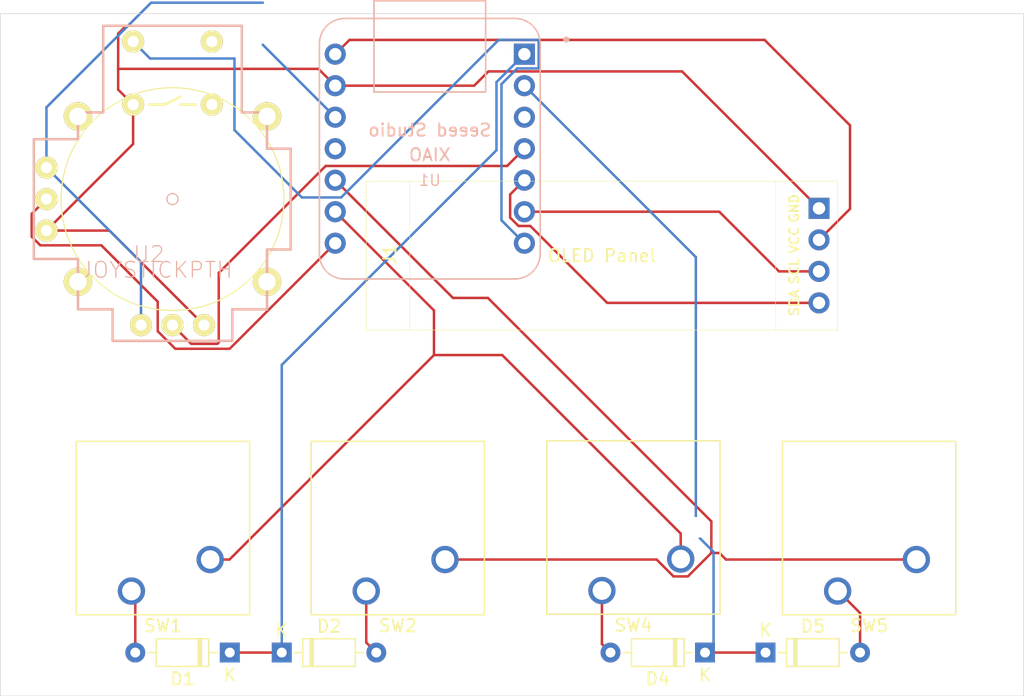
<source format=kicad_pcb>
(kicad_pcb (version 20240108) (generator "pcbnew") (generator_version "8.0")
  (layers (0 "F.Cu" signal) (31 "B.Cu" signal) (34 "B.Paste" user) (35 "F.Paste" user) (36 "B.SilkS" user "B.Silkscreen") (37 "F.SilkS" user "F.Silkscreen") (38 "B.Mask" user) (39 "F.Mask" user) (44 "Edge.Cuts" user))
  (net 0 "")
  (net 1 "Net-(D1-A)")
  (net 2 "/Row 1")
  (net 3 "Net-(D2-A)")
  (net 4 "/Row 2")
  (net 5 "Net-(D4-A)")
  (net 6 "Net-(D5-A)")
  (net 7 "/Horz")
  (net 8 "VCC")
  (net 9 "/Vert")
  (net 10 "/Sel")
  (net 11 "GND")
  (net 12 "/Column 1")
  (net 13 "/Column 2")
  (net 15 "/SCL")
  (net 16 "/SDA")
  (net 17 "+5V")
  (footprint "Button_Switch_Keyboard:SW_Cherry_MX_1.00u_PCB" (layer "F.Cu") (at 128.57 145.04 180)
    (property "Reference" "SW1" (at -2.54 -2.794 0) (layer "F.SilkS"))
    (property "Value" "SW_Push")
    (fp_line (start 4.445 12.065) (end -9.525 12.065) (stroke (width 0.12)) (layer "F.SilkS"))
    (fp_line (start 4.445 -1.905) (end 4.445 12.065) (stroke (width 0.12)) (layer "F.SilkS"))
    (fp_line (start -9.525 12.065) (end -9.525 -1.905) (stroke (width 0.12)) (layer "F.SilkS"))
    (fp_line (start -9.525 -1.905) (end 4.445 -1.905) (stroke (width 0.12)) (layer "F.SilkS"))
    (pad "" np_thru_hole circle (at -7.62 5.08 180) (size 1.7 1.7) (drill 1.7) (layers "*.Cu" "*.Mask"))
    (pad "" np_thru_hole circle (at -2.54 5.08 180) (size 4 4) (drill 4) (layers "*.Cu" "*.Mask"))
    (pad "" np_thru_hole circle (at 2.54 5.08 180) (size 1.7 1.7) (drill 1.7) (layers "*.Cu" "*.Mask"))
    (pad "1" thru_hole circle (at 0 0 180) (size 2.2 2.2) (drill 1.5) (layers "*.Cu" "*.Mask") (net 1 "Net-(D1-A)"))
    (pad "2" thru_hole circle (at -6.35 2.54 180) (size 2.2 2.2) (drill 1.5) (layers "*.Cu" "*.Mask") (net 12 "/Column 1"))
  )
  (footprint "Diode_THT:D_DO-35_SOD27_P7.62mm_Horizontal" (layer "F.Cu") (at 179.69 150)
    (property "Reference" "D5" (at 3.81 -2.12 0) (layer "F.SilkS"))
    (property "Value" "1N4148")
    (fp_line (start 1.04 0) (end 1.69 0) (stroke (width 0.12)) (layer "F.SilkS"))
    (fp_line (start 1.69 -1.12) (end 1.69 1.12) (stroke (width 0.12)) (layer "F.SilkS"))
    (fp_line (start 1.69 1.12) (end 5.93 1.12) (stroke (width 0.12)) (layer "F.SilkS"))
    (fp_line (start 2.29 -1.12) (end 2.29 1.12) (stroke (width 0.12)) (layer "F.SilkS"))
    (fp_line (start 2.41 -1.12) (end 2.41 1.12) (stroke (width 0.12)) (layer "F.SilkS"))
    (fp_line (start 2.53 -1.12) (end 2.53 1.12) (stroke (width 0.12)) (layer "F.SilkS"))
    (fp_line (start 5.93 -1.12) (end 1.69 -1.12) (stroke (width 0.12)) (layer "F.SilkS"))
    (fp_line (start 5.93 1.12) (end 5.93 -1.12) (stroke (width 0.12)) (layer "F.SilkS"))
    (fp_line (start 6.58 0) (end 5.93 0) (stroke (width 0.12)) (layer "F.SilkS"))
    (fp_text user "K" (at 0 -1.8 0) (layer "F.SilkS"))
    (pad "1" thru_hole rect (at 0 0) (size 1.6 1.6) (drill 0.8) (layers "*.Cu" "*.Mask") (net 4 "/Row 2"))
    (pad "2" thru_hole oval (at 7.62 0) (size 1.6 1.6) (drill 0.8) (layers "*.Cu" "*.Mask") (net 6 "Net-(D5-A)"))
  )
  (footprint "assets:SSD1306-0.91-OLED-4pin-128x32" (layer "F.Cu") (at 147.5 112)
    (property "Reference" "J1" (at 1.9 5.91 90) (layer "F.SilkS"))
    (property "Value" "Conn_01x04")
    (fp_line (start 0 0) (end 0 12) (stroke (width 0.04)) (layer "F.SilkS"))
    (fp_line (start 0 12) (end 38 12) (stroke (width 0.04)) (layer "F.SilkS"))
    (fp_line (start 3.5 0) (end 3.5 12) (stroke (width 0.04)) (layer "F.SilkS"))
    (fp_line (start 33 0) (end 33 12) (stroke (width 0.04)) (layer "F.SilkS"))
    (fp_line (start 38 0) (end 0 0) (stroke (width 0.04)) (layer "F.SilkS"))
    (fp_line (start 38 12) (end 38 0) (stroke (width 0.04)) (layer "F.SilkS"))
    (fp_text user "VCC" (at 34.5 4.73 90) (layer "F.SilkS") (effects (font (size 0.75 0.75))))
    (fp_text user "GND" (at 34.5 2.19 90) (layer "F.SilkS") (effects (font (size 0.75 0.75))))
    (fp_text user "SCL" (at 34.5 7.27 90) (layer "F.SilkS") (effects (font (size 0.75 0.75))))
    (fp_text user "OLED Panel" (at 19 6 0) (layer "F.SilkS"))
    (fp_text user "SDA" (at 34.5 9.81 90) (layer "F.SilkS") (effects (font (size 0.75 0.75))))
    (pad "1" thru_hole rect (at 36.5 2.19) (size 1.7 1.7) (drill 1) (layers "*.Cu" "*.Mask") (net 11 "GND"))
    (pad "2" thru_hole oval (at 36.5 4.73) (size 1.7 1.7) (drill 1) (layers "*.Cu" "*.Mask") (net 17 "+5V"))
    (pad "3" thru_hole oval (at 36.5 7.27) (size 1.7 1.7) (drill 1) (layers "*.Cu" "*.Mask") (net 15 "/SCL"))
    (pad "4" thru_hole oval (at 36.5 9.81) (size 1.7 1.7) (drill 1) (layers "*.Cu" "*.Mask") (net 16 "/SDA"))
  )
  (footprint "Diode_THT:D_DO-35_SOD27_P7.62mm_Horizontal" (layer "F.Cu") (at 136.5 150 180)
    (property "Reference" "D1" (at 3.81 -2.12 0) (layer "F.SilkS"))
    (property "Value" "1N4148")
    (fp_line (start 6.58 0) (end 5.93 0) (stroke (width 0.12)) (layer "F.SilkS"))
    (fp_line (start 5.93 1.12) (end 5.93 -1.12) (stroke (width 0.12)) (layer "F.SilkS"))
    (fp_line (start 5.93 -1.12) (end 1.69 -1.12) (stroke (width 0.12)) (layer "F.SilkS"))
    (fp_line (start 2.53 -1.12) (end 2.53 1.12) (stroke (width 0.12)) (layer "F.SilkS"))
    (fp_line (start 2.41 -1.12) (end 2.41 1.12) (stroke (width 0.12)) (layer "F.SilkS"))
    (fp_line (start 2.29 -1.12) (end 2.29 1.12) (stroke (width 0.12)) (layer "F.SilkS"))
    (fp_line (start 1.69 1.12) (end 5.93 1.12) (stroke (width 0.12)) (layer "F.SilkS"))
    (fp_line (start 1.69 -1.12) (end 1.69 1.12) (stroke (width 0.12)) (layer "F.SilkS"))
    (fp_line (start 1.04 0) (end 1.69 0) (stroke (width 0.12)) (layer "F.SilkS"))
    (fp_text user "K" (at 0 -1.8 0) (layer "F.SilkS"))
    (pad "1" thru_hole rect (at 0 0 180) (size 1.6 1.6) (drill 0.8) (layers "*.Cu" "*.Mask") (net 2 "/Row 1"))
    (pad "2" thru_hole oval (at 7.62 0 180) (size 1.6 1.6) (drill 0.8) (layers "*.Cu" "*.Mask") (net 1 "Net-(D1-A)"))
  )
  (footprint "assets:JOYSTICK" (layer "F.Cu") (at 131.88 113.4415)
    (property "Reference" "U2" (at -1.905 4.445 0) (layer "B.SilkS") (effects (font (size 1.27 1.27) (thickness 0.1016))))
    (property "Value" "JOYSTICKPTH" (at -1.27 5.715 0) (layer "B.SilkS") (effects (font (size 1.27 1.27) (thickness 0.1016))))
    (fp_line (start -11.176 -4.826) (end -11.176 4.826) (stroke (width 0.2032)) (layer "B.SilkS"))
    (fp_line (start -7.62 -4.826) (end -11.176 -4.826) (stroke (width 0.2032)) (layer "B.SilkS"))
    (fp_line (start -7.62 -4.826) (end -7.62 -6.985) (stroke (width 0.2032)) (layer "B.SilkS"))
    (fp_line (start -7.62 4.826) (end -11.176 4.826) (stroke (width 0.2032)) (layer "B.SilkS"))
    (fp_line (start -7.62 4.826) (end -7.62 8.89) (stroke (width 0.2032)) (layer "B.SilkS"))
    (fp_line (start -5.588 -13.97) (end -5.588 -6.985) (stroke (width 0.2032)) (layer "B.SilkS"))
    (fp_line (start -5.588 -6.985) (end -7.62 -6.985) (stroke (width 0.2032)) (layer "B.SilkS"))
    (fp_line (start -4.826 8.89) (end -7.62 8.89) (stroke (width 0.2032)) (layer "B.SilkS"))
    (fp_line (start -4.826 11.43) (end -4.826 8.89) (stroke (width 0.2032)) (layer "B.SilkS"))
    (fp_line (start 4.826 8.89) (end 7.62 8.89) (stroke (width 0.2032)) (layer "B.SilkS"))
    (fp_line (start 4.826 11.43) (end -4.826 11.43) (stroke (width 0.2032)) (layer "B.SilkS"))
    (fp_line (start 4.826 11.43) (end 4.826 8.89) (stroke (width 0.2032)) (layer "B.SilkS"))
    (fp_line (start 5.588 -13.97) (end -5.588 -13.97) (stroke (width 0.2032)) (layer "B.SilkS"))
    (fp_line (start 5.588 -13.97) (end 5.588 -6.985) (stroke (width 0.2032)) (layer "B.SilkS"))
    (fp_line (start 7.62 -6.985) (end 5.588 -6.985) (stroke (width 0.2032)) (layer "B.SilkS"))
    (fp_line (start 7.62 -4.064) (end 7.62 -6.985) (stroke (width 0.2032)) (layer "B.SilkS"))
    (fp_line (start 7.62 -4.064) (end 9.525 -4.064) (stroke (width 0.2032)) (layer "B.SilkS"))
    (fp_line (start 7.62 4.064) (end 7.62 8.89) (stroke (width 0.2032)) (layer "B.SilkS"))
    (fp_line (start 7.62 4.064) (end 9.525 4.064) (stroke (width 0.2032)) (layer "B.SilkS"))
    (fp_line (start 9.525 -4.064) (end 9.525 4.064) (stroke (width 0.2032)) (layer "B.SilkS"))
    (fp_circle (center 0 0) (end -0.3175 0.3175) (stroke (width 0.1016)) (fill none) (layer "B.SilkS"))
    (fp_line (start -1.905 -7.62) (end -0.635 -7.62) (stroke (width 0.2032)) (layer "F.SilkS"))
    (fp_line (start -0.635 -7.62) (end 0.635 -8.255) (stroke (width 0.2032)) (layer "F.SilkS"))
    (fp_line (start 0.635 -7.62) (end 1.905 -7.62) (stroke (width 0.2032)) (layer "F.SilkS"))
    (fp_circle (center 0 0) (end -6.35 6.35) (stroke (width 0.1016)) (fill none) (layer "F.SilkS"))
    (pad "B1A" thru_hole circle (at -3.175 -12.7) (size 1.778 1.778) (drill 0.89916) (layers "F&B.Cu" "F.Paste" "F.SilkS" "F.Mask") (net 10 "/Sel"))
    (pad "B1B" thru_hole circle (at 3.175 -12.7) (size 1.778 1.778) (drill 0.89916) (layers "F&B.Cu" "F.Paste" "F.SilkS" "F.Mask"))
    (pad "B2A" thru_hole circle (at -3.175 -7.62) (size 1.778 1.778) (drill 0.89916) (layers "F&B.Cu" "F.Paste" "F.SilkS" "F.Mask") (net 11 "GND"))
    (pad "B2B" thru_hole circle (at 3.175 -7.62) (size 1.778 1.778) (drill 0.89916) (layers "F&B.Cu" "F.Paste" "F.SilkS" "F.Mask"))
    (pad "H1" thru_hole circle (at -2.54 10.16) (size 1.778 1.778) (drill 0.889) (layers "F&B.Cu" "F.Paste" "F.SilkS" "F.Mask") (net 8 "VCC"))
    (pad "H2" thru_hole circle (at 0 10.16) (size 1.778 1.778) (drill 0.889) (layers "F&B.Cu" "F.Paste" "F.SilkS" "F.Mask") (net 7 "/Horz"))
    (pad "H3" thru_hole circle (at 2.54 10.16) (size 1.778 1.778) (drill 0.889) (layers "F&B.Cu" "F.Paste" "F.SilkS" "F.Mask") (net 11 "GND"))
    (pad "MOUN" thru_hole circle (at -7.62 -6.6675) (size 2.286 2.286) (drill 1.397) (layers "F&B.Cu" "F.Paste" "F.SilkS" "F.Mask"))
    (pad "MOUN" thru_hole circle (at -7.62 6.6675) (size 2.286 2.286) (drill 1.397) (layers "F&B.Cu" "F.Paste" "F.SilkS" "F.Mask"))
    (pad "MOUN" thru_hole circle (at 7.62 -6.6675) (size 2.286 2.286) (drill 1.397) (layers "F&B.Cu" "F.Paste" "F.SilkS" "F.Mask"))
    (pad "MOUN" thru_hole circle (at 7.62 6.6675) (size 2.286 2.286) (drill 1.397) (layers "F&B.Cu" "F.Paste" "F.SilkS" "F.Mask"))
    (pad "V1" thru_hole circle (at -10.16 -2.54) (size 1.778 1.778) (drill 0.889) (layers "F&B.Cu" "F.Paste" "F.SilkS" "F.Mask") (net 8 "VCC"))
    (pad "V2" thru_hole circle (at -10.16 0) (size 1.778 1.778) (drill 0.889) (layers "F&B.Cu" "F.Paste" "F.SilkS" "F.Mask") (net 9 "/Vert"))
    (pad "V3" thru_hole circle (at -10.16 2.54) (size 1.778 1.778) (drill 0.889) (layers "F&B.Cu" "F.Paste" "F.SilkS" "F.Mask") (net 11 "GND"))
  )
  (footprint "Diode_THT:D_DO-35_SOD27_P7.62mm_Horizontal" (layer "F.Cu") (at 140.69 150)
    (property "Reference" "D2" (at 3.81 -2.12 0) (layer "F.SilkS"))
    (property "Value" "1N4148")
    (fp_line (start 1.04 0) (end 1.69 0) (stroke (width 0.12)) (layer "F.SilkS"))
    (fp_line (start 1.69 -1.12) (end 1.69 1.12) (stroke (width 0.12)) (layer "F.SilkS"))
    (fp_line (start 1.69 1.12) (end 5.93 1.12) (stroke (width 0.12)) (layer "F.SilkS"))
    (fp_line (start 2.29 -1.12) (end 2.29 1.12) (stroke (width 0.12)) (layer "F.SilkS"))
    (fp_line (start 2.41 -1.12) (end 2.41 1.12) (stroke (width 0.12)) (layer "F.SilkS"))
    (fp_line (start 2.53 -1.12) (end 2.53 1.12) (stroke (width 0.12)) (layer "F.SilkS"))
    (fp_line (start 5.93 -1.12) (end 1.69 -1.12) (stroke (width 0.12)) (layer "F.SilkS"))
    (fp_line (start 5.93 1.12) (end 5.93 -1.12) (stroke (width 0.12)) (layer "F.SilkS"))
    (fp_line (start 6.58 0) (end 5.93 0) (stroke (width 0.12)) (layer "F.SilkS"))
    (fp_text user "K" (at 0 -1.8 0) (layer "F.SilkS"))
    (pad "1" thru_hole rect (at 0 0) (size 1.6 1.6) (drill 0.8) (layers "*.Cu" "*.Mask") (net 2 "/Row 1"))
    (pad "2" thru_hole oval (at 7.62 0) (size 1.6 1.6) (drill 0.8) (layers "*.Cu" "*.Mask") (net 3 "Net-(D2-A)"))
  )
  (footprint "Button_Switch_Keyboard:SW_Cherry_MX_1.00u_PCB" (layer "F.Cu") (at 185.5 145.04 180)
    (property "Reference" "SW5" (at -2.54 -2.794 0) (layer "F.SilkS"))
    (property "Value" "SW_Push")
    (fp_line (start 4.445 12.065) (end -9.525 12.065) (stroke (width 0.12)) (layer "F.SilkS"))
    (fp_line (start 4.445 -1.905) (end 4.445 12.065) (stroke (width 0.12)) (layer "F.SilkS"))
    (fp_line (start -9.525 12.065) (end -9.525 -1.905) (stroke (width 0.12)) (layer "F.SilkS"))
    (fp_line (start -9.525 -1.905) (end 4.445 -1.905) (stroke (width 0.12)) (layer "F.SilkS"))
    (pad "" np_thru_hole circle (at -7.62 5.08 180) (size 1.7 1.7) (drill 1.7) (layers "*.Cu" "*.Mask"))
    (pad "" np_thru_hole circle (at -2.54 5.08 180) (size 4 4) (drill 4) (layers "*.Cu" "*.Mask"))
    (pad "" np_thru_hole circle (at 2.54 5.08 180) (size 1.7 1.7) (drill 1.7) (layers "*.Cu" "*.Mask"))
    (pad "1" thru_hole circle (at 0 0 180) (size 2.2 2.2) (drill 1.5) (layers "*.Cu" "*.Mask") (net 6 "Net-(D5-A)"))
    (pad "2" thru_hole circle (at -6.35 2.54 180) (size 2.2 2.2) (drill 1.5) (layers "*.Cu" "*.Mask") (net 13 "/Column 2"))
  )
  (footprint "Diode_THT:D_DO-35_SOD27_P7.62mm_Horizontal" (layer "F.Cu") (at 174.81 150 180)
    (property "Reference" "D4" (at 3.81 -2.12 0) (layer "F.SilkS"))
    (property "Value" "1N4148")
    (fp_line (start 6.58 0) (end 5.93 0) (stroke (width 0.12)) (layer "F.SilkS"))
    (fp_line (start 5.93 1.12) (end 5.93 -1.12) (stroke (width 0.12)) (layer "F.SilkS"))
    (fp_line (start 5.93 -1.12) (end 1.69 -1.12) (stroke (width 0.12)) (layer "F.SilkS"))
    (fp_line (start 2.53 -1.12) (end 2.53 1.12) (stroke (width 0.12)) (layer "F.SilkS"))
    (fp_line (start 2.41 -1.12) (end 2.41 1.12) (stroke (width 0.12)) (layer "F.SilkS"))
    (fp_line (start 2.29 -1.12) (end 2.29 1.12) (stroke (width 0.12)) (layer "F.SilkS"))
    (fp_line (start 1.69 1.12) (end 5.93 1.12) (stroke (width 0.12)) (layer "F.SilkS"))
    (fp_line (start 1.69 -1.12) (end 1.69 1.12) (stroke (width 0.12)) (layer "F.SilkS"))
    (fp_line (start 1.04 0) (end 1.69 0) (stroke (width 0.12)) (layer "F.SilkS"))
    (fp_text user "K" (at 0 -1.8 0) (layer "F.SilkS"))
    (pad "1" thru_hole rect (at 0 0 180) (size 1.6 1.6) (drill 0.8) (layers "*.Cu" "*.Mask") (net 4 "/Row 2"))
    (pad "2" thru_hole oval (at 7.62 0 180) (size 1.6 1.6) (drill 0.8) (layers "*.Cu" "*.Mask") (net 5 "Net-(D4-A)"))
  )
  (footprint "Button_Switch_Keyboard:SW_Cherry_MX_1.00u_PCB" (layer "F.Cu") (at 166.5 145 180)
    (property "Reference" "SW4" (at -2.54 -2.794 0) (layer "F.SilkS"))
    (property "Value" "SW_Push")
    (fp_line (start 4.445 12.065) (end -9.525 12.065) (stroke (width 0.12)) (layer "F.SilkS"))
    (fp_line (start 4.445 -1.905) (end 4.445 12.065) (stroke (width 0.12)) (layer "F.SilkS"))
    (fp_line (start -9.525 12.065) (end -9.525 -1.905) (stroke (width 0.12)) (layer "F.SilkS"))
    (fp_line (start -9.525 -1.905) (end 4.445 -1.905) (stroke (width 0.12)) (layer "F.SilkS"))
    (pad "" np_thru_hole circle (at -7.62 5.08 180) (size 1.7 1.7) (drill 1.7) (layers "*.Cu" "*.Mask"))
    (pad "" np_thru_hole circle (at -2.54 5.08 180) (size 4 4) (drill 4) (layers "*.Cu" "*.Mask"))
    (pad "" np_thru_hole circle (at 2.54 5.08 180) (size 1.7 1.7) (drill 1.7) (layers "*.Cu" "*.Mask"))
    (pad "1" thru_hole circle (at 0 0 180) (size 2.2 2.2) (drill 1.5) (layers "*.Cu" "*.Mask") (net 5 "Net-(D4-A)"))
    (pad "2" thru_hole circle (at -6.35 2.54 180) (size 2.2 2.2) (drill 1.5) (layers "*.Cu" "*.Mask") (net 12 "/Column 1"))
  )
  (footprint "Button_Switch_Keyboard:SW_Cherry_MX_1.00u_PCB" (layer "F.Cu") (at 147.5 145.04 180)
    (property "Reference" "SW2" (at -2.54 -2.794 0) (layer "F.SilkS"))
    (property "Value" "SW_Push")
    (fp_line (start 4.445 12.065) (end -9.525 12.065) (stroke (width 0.12)) (layer "F.SilkS"))
    (fp_line (start 4.445 -1.905) (end 4.445 12.065) (stroke (width 0.12)) (layer "F.SilkS"))
    (fp_line (start -9.525 12.065) (end -9.525 -1.905) (stroke (width 0.12)) (layer "F.SilkS"))
    (fp_line (start -9.525 -1.905) (end 4.445 -1.905) (stroke (width 0.12)) (layer "F.SilkS"))
    (pad "" np_thru_hole circle (at -7.62 5.08 180) (size 1.7 1.7) (drill 1.7) (layers "*.Cu" "*.Mask"))
    (pad "" np_thru_hole circle (at -2.54 5.08 180) (size 4 4) (drill 4) (layers "*.Cu" "*.Mask"))
    (pad "" np_thru_hole circle (at 2.54 5.08 180) (size 1.7 1.7) (drill 1.7) (layers "*.Cu" "*.Mask"))
    (pad "1" thru_hole circle (at 0 0 180) (size 2.2 2.2) (drill 1.5) (layers "*.Cu" "*.Mask") (net 3 "Net-(D2-A)"))
    (pad "2" thru_hole circle (at -6.35 2.54 180) (size 2.2 2.2) (drill 1.5) (layers "*.Cu" "*.Mask") (net 13 "/Column 2"))
  )
  (footprint "Seeed Studio XIAO Series Library:XIAO-Generic-Thruhole-14P-2.54-21X17.8MM" (layer "B.Cu") (at 152.625 109.38 180)
    (property "Reference" "U1" (at 0 -2.54 0) (layer "B.SilkS") (effects (font (size 0.889 0.889) (thickness 0.1016)) (justify mirror)))
    (property "Value" "Seeed Studio XIAO SAMD21" (hide yes))
    (fp_line (start 8.9 8.5) (end 8.9 -8.5) (stroke (width 0.127)) (layer "B.SilkS"))
    (fp_line (start 6.9 -10.5) (end -6.9 -10.5) (stroke (width 0.127)) (layer "B.SilkS"))
    (fp_line (start 4.5 11.92403) (end -4.5 11.92403) (stroke (width 0.127)) (layer "B.SilkS"))
    (fp_line (start 4.5 4.57073) (end 4.5 11.92403) (stroke (width 0.127)) (layer "B.SilkS"))
    (fp_line (start -4.5 11.92403) (end -4.5 4.57073) (stroke (width 0.127)) (layer "B.SilkS"))
    (fp_line (start -4.5 4.57073) (end 4.5 4.57073) (stroke (width 0.127)) (layer "B.SilkS"))
    (fp_line (start -6.9 10.49909) (end 6.9 10.49909) (stroke (width 0.127)) (layer "B.SilkS"))
    (fp_line (start -8.9 -8.5) (end -8.9 8.5) (stroke (width 0.127)) (layer "B.SilkS"))
    (fp_arc (start 8.9 8.5) (mid 8.301492 9.901492) (end 6.9 10.5) (stroke (width 0.12)) (layer "B.SilkS"))
    (fp_arc (start 6.9 -10.5) (mid 8.314214 -9.914214) (end 8.9 -8.5) (stroke (width 0.12)) (layer "B.SilkS"))
    (fp_arc (start -6.9 10.5) (mid -8.301491 9.901491) (end -8.9 8.5) (stroke (width 0.12)) (layer "B.SilkS"))
    (fp_arc (start -8.9 -8.5) (mid -8.301423 -9.901423) (end -6.9 -10.5) (stroke (width 0.12)) (layer "B.SilkS"))
    (fp_circle (center -11 8.8) (end -11 9.054) (fill solid) (layer "B.SilkS"))
    (fp_poly (pts (xy -8.887715 8.561705) (xy -8.884667 8.610473) (xy -8.880603 8.659494)) (stroke (width 0.0254)) (fill none) (layer "B.SilkS"))
    (fp_poly (pts (xy 8.889492 -8.521574) (xy 8.887713 -8.57085) (xy 8.884665 -8.619618) (xy 8.880601 -8.668639) (xy 8.875268 -8.717407) (xy 8.868664 -8.766175) (xy 8.861044 -8.81469) (xy 8.852153 -8.86295) (xy 8.842248 -8.910955)) (stroke (width 0.0254)) (fill none) (layer "B.SilkS"))
    (fp_text user "Seeed Studio" (at 0 1.5 0) (layer "B.SilkS") (effects (justify mirror)))
    (fp_text user "XIAO" (at 0 -0.5 0) (layer "B.SilkS") (effects (justify mirror)))
    (pad "1" thru_hole rect (at -7.625 7.62 180) (size 1.7 1.7) (drill 1) (layers "*.Cu" "*.Mask") (net 2 "/Row 1"))
    (pad "2" thru_hole circle (at -7.625 5.08 180) (size 1.7 1.7) (drill 1) (layers "*.Cu" "*.Mask") (net 4 "/Row 2"))
    (pad "3" thru_hole circle (at -7.625 2.54 180) (size 1.7 1.7) (drill 1) (layers "*.Cu" "*.Mask"))
    (pad "4" thru_hole circle (at -7.625 0 180) (size 1.7 1.7) (drill 1) (layers "*.Cu" "*.Mask") (net 7 "/Horz"))
    (pad "5" thru_hole circle (at -7.625 -2.54 180) (size 1.7 1.7) (drill 1) (layers "*.Cu" "*.Mask") (net 16 "/SDA"))
    (pad "6" thru_hole circle (at -7.625 -5.08) (size 1.7 1.7) (drill 1) (layers "*.Cu" "*.Mask") (net 15 "/SCL"))
    (pad "7" thru_hole circle (at -7.625 -7.62 180) (size 1.7 1.7) (drill 1) (layers "*.Cu" "*.Mask") (net 10 "/Sel"))
    (pad "8" thru_hole circle (at 7.625 -7.62 180) (size 1.7 1.7) (drill 1) (layers "*.Cu" "*.Mask") (net 9 "/Vert"))
    (pad "9" thru_hole circle (at 7.625 -5.08 180) (size 1.7 1.7) (drill 1) (layers "*.Cu" "*.Mask") (net 12 "/Column 1"))
    (pad "10" thru_hole circle (at 7.625 -2.54 180) (size 1.7 1.7) (drill 1) (layers "*.Cu" "*.Mask") (net 13 "/Column 2"))
    (pad "11" thru_hole circle (at 7.625 0 180) (size 1.7 1.7) (drill 1) (layers "*.Cu" "*.Mask"))
    (pad "12" thru_hole circle (at 7.625 2.54 180) (size 1.7 1.7) (drill 1) (layers "*.Cu" "*.Mask") (net 8 "VCC"))
    (pad "13" thru_hole circle (at 7.625 5.08 180) (size 1.7 1.7) (drill 1) (layers "*.Cu" "*.Mask") (net 11 "GND"))
    (pad "14" thru_hole circle (at 7.625 7.62 180) (size 1.7 1.7) (drill 1) (layers "*.Cu" "*.Mask") (net 17 "+5V"))
  )
  (gr_rect (start 118 98.5) (end 200.5 153.5) (stroke (width 0.05)) (fill none) (layer "Edge.Cuts"))
  (segment (start 128.88 145.35) (end 128.57 145.04) (width 0.2) (layer "F.Cu") (net 1))
  (segment (start 128.88 150) (end 128.88 145.35) (width 0.2) (layer "F.Cu") (net 1))
  (segment (start 136.5 150) (end 140.69 150) (width 0.2) (layer "F.Cu") (net 2))
  (segment (start 160.25 101.76) (end 158 104.01) (width 0.2) (layer "B.Cu") (net 2))
  (segment (start 158 104.01) (end 158 109.5) (width 0.2) (layer "B.Cu") (net 2))
  (segment (start 158 109.5) (end 140.69 126.81) (width 0.2) (layer "B.Cu") (net 2))
  (segment (start 140.69 126.81) (end 140.69 150) (width 0.2) (layer "B.Cu") (net 2))
  (segment (start 148.31 145.28) (end 148.07 145.04) (width 0.2) (layer "F.Cu") (net 3))
  (segment (start 147.5 145.04) (end 147.5 149.19) (width 0.2) (layer "F.Cu") (net 3))
  (segment (start 147.5 149.19) (end 148.31 150) (width 0.2) (layer "F.Cu") (net 3))
  (segment (start 174.81 150) (end 179.69 150) (width 0.2) (layer "F.Cu") (net 4))
  (segment (start 174.07 118.12) (end 174.07 140.457056) (width 0.2) (layer "B.Cu") (net 4))
  (segment (start 160.25 104.3) (end 174.07 118.12) (width 0.2) (layer "B.Cu") (net 4))
  (segment (start 174.07 140.457056) (end 175.5 141.887056) (width 0.2) (layer "B.Cu") (net 4))
  (segment (start 175.5 149.31) (end 174.81 150) (width 0.2) (layer "B.Cu") (net 4))
  (segment (start 175.5 141.887056) (end 175.5 149.31) (width 0.2) (layer "B.Cu") (net 4))
  (segment (start 166.5 145) (end 166.5 149.31) (width 0.2) (layer "F.Cu") (net 5))
  (segment (start 166.5 149.31) (end 167.19 150) (width 0.2) (layer "F.Cu") (net 5))
  (segment (start 185.5 145.04) (end 185.54 145.04) (width 0.2) (layer "F.Cu") (net 6))
  (segment (start 185.54 145.04) (end 187.31 146.81) (width 0.2) (layer "F.Cu") (net 6))
  (segment (start 187.31 146.81) (end 187.31 150) (width 0.2) (layer "F.Cu") (net 6))
  (segment (start 131.88 123.6015) (end 133.3875 125.109) (width 0.2) (layer "F.Cu") (net 7))
  (segment (start 144.23 110.77) (end 158.86 110.77) (width 0.2) (layer "F.Cu") (net 7))
  (segment (start 133.3875 125.109) (end 135.5 125.109) (width 0.2) (layer "F.Cu") (net 7))
  (segment (start 158.86 110.77) (end 160.25 109.38) (width 0.2) (layer "F.Cu") (net 7))
  (segment (start 135.5 125.109) (end 135.609 125) (width 0.2) (layer "F.Cu") (net 7))
  (segment (start 135.609 119.391) (end 144.23 110.77) (width 0.2) (layer "F.Cu") (net 7))
  (segment (start 135.609 125) (end 135.609 119.391) (width 0.2) (layer "F.Cu") (net 7))
  (segment (start 145 106.84) (end 139.16 101) (width 0.2) (layer "B.Cu") (net 8))
  (segment (start 121.72 110.9015) (end 129.34 118.5215) (width 0.2) (layer "B.Cu") (net 8))
  (segment (start 130.156 97.609) (end 121.72 106.045) (width 0.2) (layer "B.Cu") (net 8))
  (segment (start 139.16 97.609) (end 130.156 97.609) (width 0.2) (layer "B.Cu") (net 8))
  (segment (start 129.34 118.5215) (end 129.34 123.6015) (width 0.2) (layer "B.Cu") (net 8))
  (segment (start 121.72 106.045) (end 121.72 110.9015) (width 0.2) (layer "B.Cu") (net 8))
  (segment (start 121.72 113.4415) (end 120.531 114.6305) (width 0.2) (layer "F.Cu") (net 9))
  (segment (start 130.691 124.094) (end 132.106 125.509) (width 0.2) (layer "F.Cu") (net 9))
  (segment (start 130.691 121.716) (end 130.691 124.094) (width 0.2) (layer "F.Cu") (net 9))
  (segment (start 126.1455 117.1705) (end 130.691 121.716) (width 0.2) (layer "F.Cu") (net 9))
  (segment (start 120.531 116.474) (end 121.2275 117.1705) (width 0.2) (layer "F.Cu") (net 9))
  (segment (start 120.531 114.6305) (end 120.531 116.474) (width 0.2) (layer "F.Cu") (net 9))
  (segment (start 132.106 125.509) (end 136.491 125.509) (width 0.2) (layer "F.Cu") (net 9))
  (segment (start 121.2275 117.1705) (end 126.1455 117.1705) (width 0.2) (layer "F.Cu") (net 9))
  (segment (start 136.491 125.509) (end 145 117) (width 0.2) (layer "F.Cu") (net 9))
  (segment (start 130.0725 102.109) (end 128.705 100.7415) (width 0.2) (layer "B.Cu") (net 10))
  (segment (start 161.4 102.91) (end 161.4 100.61) (width 0.2) (layer "B.Cu") (net 10))
  (segment (start 160.25 117) (end 158.4 115.15) (width 0.2) (layer "B.Cu") (net 10))
  (segment (start 158.4 115.15) (end 158.4 104.175686) (width 0.2) (layer "B.Cu") (net 10))
  (segment (start 145.476346 113.31) (end 142.31 113.31) (width 0.2) (layer "B.Cu") (net 10))
  (segment (start 159.665686 102.91) (end 161.4 102.91) (width 0.2) (layer "B.Cu") (net 10))
  (segment (start 158.4 104.175686) (end 159.665686 102.91) (width 0.2) (layer "B.Cu") (net 10))
  (segment (start 136.875711 107.875711) (end 136.875711 102.109) (width 0.2) (layer "B.Cu") (net 10))
  (segment (start 142.31 113.31) (end 136.875711 107.875711) (width 0.2) (layer "B.Cu") (net 10))
  (segment (start 136.875711 102.109) (end 130.0725 102.109) (width 0.2) (layer "B.Cu") (net 10))
  (segment (start 158.176346 100.61) (end 145.476346 113.31) (width 0.2) (layer "B.Cu") (net 10))
  (segment (start 161.4 100.61) (end 158.176346 100.61) (width 0.2) (layer "B.Cu") (net 10))
  (segment (start 127.5 103) (end 127.5 104.6165) (width 0.2) (layer "F.Cu") (net 11))
  (segment (start 145 104.3) (end 143.6435 102.9435) (width 0.2) (layer "F.Cu") (net 11))
  (segment (start 143.6435 102.9435) (end 127.5565 102.9435) (width 0.2) (layer "F.Cu") (net 11))
  (segment (start 145 104.3) (end 156.2 104.3) (width 0.2) (layer "F.Cu") (net 11))
  (segment (start 127.5 100.109) (end 127.5 103) (width 0.2) (layer "F.Cu") (net 11))
  (segment (start 127.5565 102.9435) (end 127.5 103) (width 0.2) (layer "F.Cu") (net 11))
  (segment (start 128.705 105.8215) (end 128.705 108.9965) (width 0.2) (layer "F.Cu") (net 11))
  (segment (start 172.96 103.15) (end 184 114.19) (width 0.2) (layer "F.Cu") (net 11))
  (segment (start 156.2 104.3) (end 157.35 103.15) (width 0.2) (layer "F.Cu") (net 11))
  (segment (start 127.5 104.6165) (end 128.705 105.8215) (width 0.2) (layer "F.Cu") (net 11))
  (segment (start 121.72 115.9815) (end 126.8 115.9815) (width 0.2) (layer "F.Cu") (net 11))
  (segment (start 126.8 115.9815) (end 134.42 123.6015) (width 0.2) (layer "F.Cu") (net 11))
  (segment (start 157.35 103.15) (end 172.96 103.15) (width 0.2) (layer "F.Cu") (net 11))
  (segment (start 128.705 108.9965) (end 121.72 115.9815) (width 0.2) (layer "F.Cu") (net 11))
  (segment (start 128.0565 99.5525) (end 127.5 100.109) (width 0.2) (layer "F.Cu") (net 11))
  (segment (start 145 114.46) (end 152.96 122.42) (width 0.2) (layer "F.Cu") (net 12))
  (segment (start 158.459036 126.015634) (end 152.96 126.015634) (width 0.2) (layer "F.Cu") (net 12))
  (segment (start 172.85 142.46) (end 172.85 140.406598) (width 0.2) (layer "F.Cu") (net 12))
  (segment (start 152.96 126.015634) (end 152.96 122.42) (width 0.2) (layer "F.Cu") (net 12))
  (segment (start 172.85 140.406598) (end 158.459036 126.015634) (width 0.2) (layer "F.Cu") (net 12))
  (segment (start 134.92 142.5) (end 136.475634 142.5) (width 0.2) (layer "F.Cu") (net 12))
  (segment (start 136.475634 142.5) (end 152.96 126.015634) (width 0.2) (layer "F.Cu") (net 12))
  (segment (start 154.42 142.5) (end 154.49 142.43) (width 0.2) (layer "F.Cu") (net 13))
  (segment (start 176.5 142.5) (end 191.85 142.5) (width 0.2) (layer "F.Cu") (net 13))
  (segment (start 173.429899 143.86) (end 172.270101 143.86) (width 0.2) (layer "F.Cu") (net 13))
  (segment (start 175.32 141.969899) (end 175.969899 141.969899) (width 0.2) (layer "F.Cu") (net 13))
  (segment (start 154.49 121.41) (end 157.307056 121.41) (width 0.2) (layer "F.Cu") (net 13))
  (segment (start 175.32 139.422944) (end 175.32 141.969899) (width 0.2) (layer "F.Cu") (net 13))
  (segment (start 172.270101 143.86) (end 170.910101 142.5) (width 0.2) (layer "F.Cu") (net 13))
  (segment (start 170.910101 142.5) (end 153.85 142.5) (width 0.2) (layer "F.Cu") (net 13))
  (segment (start 157.307056 121.41) (end 175.32 139.422944) (width 0.2) (layer "F.Cu") (net 13))
  (segment (start 175.969899 141.969899) (end 176.5 142.5) (width 0.2) (layer "F.Cu") (net 13))
  (segment (start 175.32 141.969899) (end 173.429899 143.86) (width 0.2) (layer "F.Cu") (net 13))
  (segment (start 154.49 121.41) (end 145 111.92) (width 0.2) (layer "F.Cu") (net 13))
  (segment (start 180.77 119.27) (end 175.96 114.46) (width 0.2) (layer "F.Cu") (net 15))
  (segment (start 184 119.27) (end 180.77 119.27) (width 0.2) (layer "F.Cu") (net 15))
  (segment (start 175.96 114.46) (end 160.25 114.46) (width 0.2) (layer "F.Cu") (net 15))
  (segment (start 159.1 114.936346) (end 159.1 113.07) (width 0.2) (layer "F.Cu") (net 16))
  (segment (start 166.926346 121.81) (end 160.726346 115.61) (width 0.2) (layer "F.Cu") (net 16))
  (segment (start 184 121.81) (end 166.926346 121.81) (width 0.2) (layer "F.Cu") (net 16))
  (segment (start 159.1 113.07) (end 160.25 111.92) (width 0.2) (layer "F.Cu") (net 16))
  (segment (start 160.726346 115.61) (end 159.773654 115.61) (width 0.2) (layer "F.Cu") (net 16))
  (segment (start 159.773654 115.61) (end 159.1 114.936346) (width 0.2) (layer "F.Cu") (net 16))
  (segment (start 186.5 114.23) (end 186.5 107.5) (width 0.2) (layer "F.Cu") (net 17))
  (segment (start 184 116.73) (end 186.5 114.23) (width 0.2) (layer "F.Cu") (net 17))
  (segment (start 186.5 107.5) (end 179.61 100.61) (width 0.2) (layer "F.Cu") (net 17))
  (segment (start 146.15 100.61) (end 145 101.76) (width 0.2) (layer "F.Cu") (net 17))
  (segment (start 179.61 100.61) (end 146.15 100.61) (width 0.2) (layer "F.Cu") (net 17))
)
</source>
